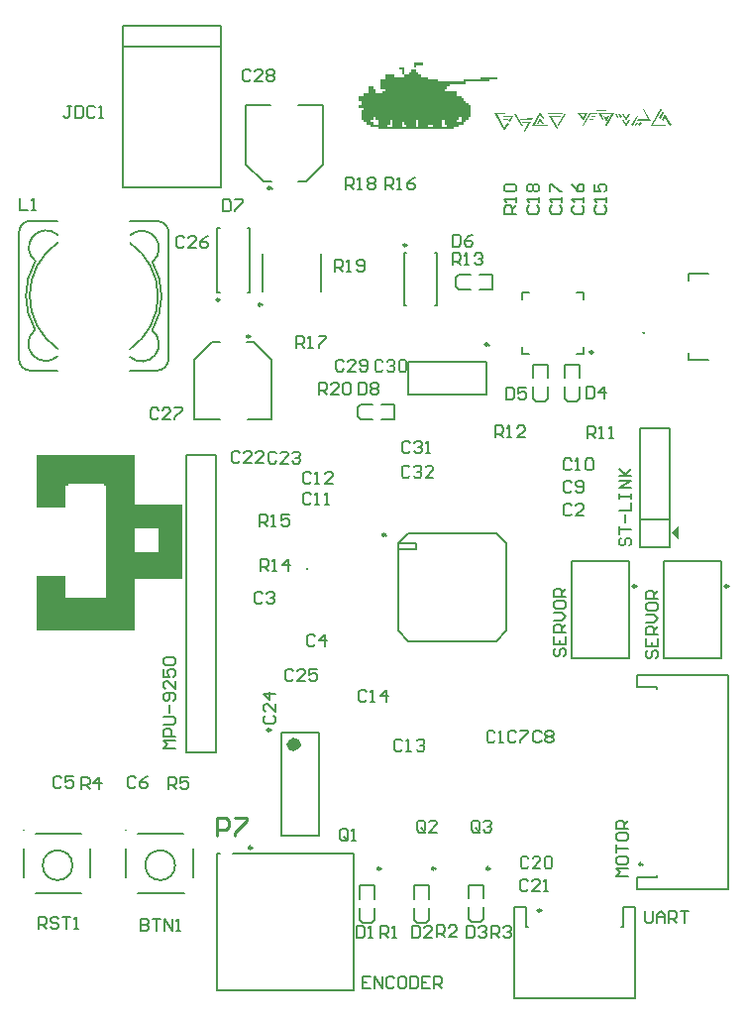
<source format=gto>
%FSTAX23Y23*%
%MOIN*%
%SFA1B1*%

%IPPOS*%
%ADD10C,0.009800*%
%ADD11C,0.023600*%
%ADD12C,0.003900*%
%ADD13C,0.006000*%
%ADD14C,0.007900*%
%ADD15C,0.005000*%
%ADD16C,0.007000*%
%ADD17C,0.008000*%
%ADD18C,0.010000*%
%LNtankboardpcb1-1*%
%LPD*%
G36*
X02438Y04853D02*
X02414D01*
Y04845*
X02406*
Y04861*
X02438*
Y04853*
G37*
G36*
X02374Y04821D02*
X0239D01*
Y04829*
X02398*
Y04837*
X02414*
Y04829*
X02422*
Y04821*
X0243*
Y04813*
X02454*
Y04805*
X02486*
Y04797*
X02574*
Y04805*
X0263*
Y04813*
X02686*
Y04805*
X02662*
Y04797*
X02582*
Y04789*
X02526*
Y04781*
X02518*
Y04773*
X0251*
Y04765*
X0255*
Y04749*
X02566*
Y04741*
X02574*
Y04733*
X02582*
Y04725*
X0259*
Y04717*
X02598*
Y04677*
X0259*
Y04669*
X02582*
Y04661*
X02574*
Y04653*
X02558*
Y04645*
X02542*
Y04637*
X02286*
Y04645*
X02262*
Y04653*
X02246*
Y04661*
X02238*
Y04669*
X0223*
Y04701*
X02238*
Y04709*
X02222*
Y04717*
X0223*
Y04733*
X02222*
Y04749*
X02238*
Y04757*
X02254*
Y04781*
X0227*
Y04773*
X02278*
Y04757*
X02302*
Y04765*
X0231*
Y04773*
X02294*
Y04805*
X0231*
Y04821*
X02342*
Y04813*
X02374*
Y04821*
X02366*
Y04837*
X02358*
Y04845*
X02374*
Y04821*
G37*
G36*
X03298Y03256D02*
X03273Y03281D01*
X03298Y03306*
Y03256*
G37*
G36*
X01467Y03374D02*
X01627D01*
Y03126*
X01467*
Y0295*
X01139*
Y03134*
X01235*
Y03062*
X01371*
Y03438*
X01363*
Y03446*
X01243*
Y03438*
X01235*
Y03366*
X01139*
Y03542*
X01467*
Y03374*
G37*
G36*
X03054Y04697D02*
X03023D01*
X0302Y04702*
X03054*
Y04697*
G37*
G36*
X03025Y04692D02*
X03022Y04687D01*
X03002Y04687*
X02979Y04647*
X02974Y04649*
X02999Y04692*
X03025Y04692*
G37*
G36*
X02904Y04687D02*
X0286D01*
X02856Y04692*
X02908*
X02904Y04687*
G37*
G36*
X03016Y04677D02*
X03003D01*
Y04682*
X03016*
Y04677*
G37*
G36*
X03107Y04679D02*
X03102Y04676D01*
X03094Y04689*
X03099Y04692*
X03107Y04679*
G37*
G36*
X03095D02*
X03091Y04676D01*
X03083Y04689*
X03088Y04692*
X03095Y04679*
G37*
G36*
X03135Y04689D02*
X03121Y04664D01*
X03106Y04689*
X03111Y04692*
X03121Y04675*
X0313Y04692*
X03135Y04689*
G37*
G36*
X03054Y04663D02*
X03043Y04683D01*
X03049*
X03054Y04675*
X03058Y04683*
X03065*
X03054Y04663*
G37*
G36*
X03248Y04691D02*
X03236Y04671D01*
X03231Y04674*
X03244Y04697*
X03248Y04691*
G37*
G36*
X02844Y04674D02*
X0284Y04671D01*
X02832Y04684*
X02814Y04652*
X02857*
X0286Y04647*
X02804*
X02832Y04695*
X02844Y04674*
G37*
G36*
X02804Y04668D02*
X02768Y04668D01*
X02765Y04673*
X02807Y04674*
X02804Y04668*
G37*
G36*
X03011Y04667D02*
X02997D01*
Y04673*
X03011*
Y04667*
G37*
G36*
X02722D02*
X02706D01*
Y04673*
X02725*
X02722Y04667*
G37*
G36*
X03204Y04666D02*
X03159D01*
X03162Y04671*
X03195*
X03176Y04704*
X03179Y04709*
X03204Y04666*
G37*
G36*
X02976Y04664D02*
X02959Y04692D01*
X02992*
X02976Y04664*
G37*
G36*
X0273Y04661D02*
X02725Y04664D01*
X02733Y04677*
X02706*
Y04682*
X02742*
X0273Y04661*
G37*
G36*
X02843Y04656D02*
X02837D01*
X02832Y04664*
X02827Y04656*
X02821*
X02832Y04675*
X02843Y04656*
G37*
G36*
X03135Y04669D02*
X03121Y04644D01*
X03106Y04669*
X03111Y04672*
X03121Y04655*
X0313Y04672*
X03135Y04669*
G37*
G36*
X02918Y04689D02*
X02895Y04649D01*
X0289Y04652*
X02913Y04692*
X02918Y04689*
G37*
G36*
X03173Y04659D02*
X03166Y04648D01*
X03161Y04651*
X03168Y04662*
X03173Y04659*
G37*
G36*
X03162D02*
X03155Y04648D01*
X0315Y04651*
X03157Y04662*
X03162Y04659*
G37*
G36*
X03162Y04681D02*
X03144Y04648D01*
X03139Y04651*
X03158Y04683*
X03162Y04681*
G37*
G36*
X03274Y0465D02*
X03269Y04647D01*
X03252Y04676*
X03246Y04666*
X03241Y04669*
X03252Y04687*
X03274Y0465*
G37*
G36*
X03241Y04702D02*
X03212Y04652D01*
X03254*
Y04647*
X03203*
X03238Y04708*
X03241Y04702*
G37*
G36*
X02773Y04649D02*
X02768Y04647D01*
X02743Y04689*
X02748Y04692*
X02773Y04649*
G37*
G36*
X03054Y04644D02*
X03051Y0465D01*
X03072Y04687*
X03036*
X03045Y04671*
X0304Y04668*
X03026Y04692*
X03082*
X03054Y04644*
G37*
G36*
X02899Y04677D02*
X02872D01*
X02891Y04643*
X02888Y04637*
X02862Y04682*
X02902*
X02899Y04677*
G37*
G36*
X02714Y04687D02*
X02686D01*
X02712Y04642*
X02721Y04657*
X02726Y04655*
X02712Y0463*
X02677Y04692*
X02714*
Y04687*
G37*
G36*
X02781Y04628D02*
X02776Y04631D01*
X02792Y04658*
X02773*
X0277Y04663*
X02801*
X02781Y04628*
G37*
%LNtankboardpcb1-2*%
%LPC*%
G36*
X02566Y04677D02*
X02558D01*
Y04669*
X0255*
Y04661*
X02566*
Y04669*
Y04677*
G37*
G36*
X02278D02*
X0227D01*
Y04669*
X02262*
Y04661*
X0227*
Y04653*
X02286*
Y04661*
Y04669*
X02278*
Y04677*
G37*
G36*
X0251Y04669D02*
X02502D01*
Y04661*
Y04653*
Y04645*
X02518*
Y04653*
X0251*
Y04661*
Y04669*
G37*
G36*
X0247Y04653D02*
X02454D01*
Y04645*
X0247*
Y04653*
G37*
G36*
X02422Y04669D02*
X02414D01*
Y04661*
Y04653*
Y04645*
X02422*
Y04653*
Y04661*
Y04669*
G37*
G36*
X02374Y04661D02*
X02366D01*
Y04653*
Y04645*
X02382*
Y04653*
X02374*
Y04661*
G37*
G36*
X02334Y04669D02*
X02326D01*
Y04661*
Y04653*
X02318*
Y04645*
X02334*
Y04653*
Y04661*
Y04669*
G37*
G36*
X01547Y03294D02*
X01467D01*
Y03214*
X01547*
Y03294*
G37*
G36*
X02982Y04687D02*
X02969D01*
X02976Y04675*
X02982Y04687*
G37*
%LNtankboardpcb1-3*%
%LPD*%
G54D10*
X02834Y0201D02*
D01*
D01*
G75*
G03X02824I-00004J0D01*
G74*G01*
D01*
G75*
G03X02834I00004J0D01*
G74*G01*
X03153Y031D02*
D01*
D01*
G75*
G03X03143I-00004J0D01*
G74*G01*
D01*
G75*
G03X03153I00004J0D01*
G74*G01*
X03463D02*
D01*
D01*
G75*
G03X03453I-00004J0D01*
G74*G01*
D01*
G75*
G03X03463I00004J0D01*
G74*G01*
X03173Y02165D02*
D01*
D01*
G75*
G03X03164I-00004J0D01*
G74*G01*
D01*
G75*
G03X03173I00004J0D01*
G74*G01*
X0186Y02221D02*
D01*
D01*
G75*
G03X01851I-00004J0D01*
G74*G01*
D01*
G75*
G03X0186I00004J0D01*
G74*G01*
X01923Y02617D02*
D01*
D01*
G75*
G03X01913I-00004J0D01*
G74*G01*
D01*
G75*
G03X01923I00004J0D01*
G74*G01*
X02294Y02151D02*
D01*
D01*
G75*
G03X02284I-00004J0D01*
G74*G01*
D01*
G75*
G03X02294I00004J0D01*
G74*G01*
X01752Y04064D02*
D01*
D01*
G75*
G03X01743I-00004J0D01*
G74*G01*
D01*
G75*
G03X01752I00004J0D01*
G74*G01*
X01855Y0394D02*
D01*
D01*
G75*
G03X01845I-00004J0D01*
G74*G01*
D01*
G75*
G03X01855I00004J0D01*
G74*G01*
X01926Y04439D02*
D01*
D01*
G75*
G03X01916I-00004J0D01*
G74*G01*
D01*
G75*
G03X01926I00004J0D01*
G74*G01*
X01893Y04048D02*
D01*
D01*
G75*
G03X01884I-00004J0D01*
G74*G01*
D01*
G75*
G03X01893I00004J0D01*
G74*G01*
X02381Y04248D02*
D01*
D01*
G75*
G03X02371I-00004J0D01*
G74*G01*
D01*
G75*
G03X02381I00004J0D01*
G74*G01*
X02656Y03913D02*
D01*
D01*
G75*
G03X02646I-00004J0D01*
G74*G01*
D01*
G75*
G03X02656I00004J0D01*
G74*G01*
X03009Y03887D02*
D01*
D01*
G75*
G03X02999I-00004J0D01*
G74*G01*
D01*
G75*
G03X03009I00004J0D01*
G74*G01*
X0231Y03273D02*
D01*
D01*
G75*
G03X02301I-00004J0D01*
G74*G01*
D01*
G75*
G03X0231I00004J0D01*
G74*G01*
X0266Y02151D02*
D01*
D01*
G75*
G03X02651I-00004J0D01*
G74*G01*
D01*
G75*
G03X0266I00004J0D01*
G74*G01*
X02477D02*
D01*
D01*
G75*
G03X02467I-00004J0D01*
G74*G01*
D01*
G75*
G03X02477I00004J0D01*
G74*G01*
G54D11*
X02014Y02568D02*
D01*
D01*
G75*
G03X0199I-00011J0D01*
G74*G01*
D01*
G75*
G03X02014I00011J0D01*
G74*G01*
G54D12*
X03181Y03953D02*
D01*
D01*
G75*
G03X03177I-00002J0D01*
G74*G01*
D01*
G75*
G03X03181I00002J0D01*
G74*G01*
X02049Y03159D02*
D01*
D01*
G75*
G03X02045I-00002J0D01*
G74*G01*
D01*
G75*
G03X02049I00002J0D01*
G74*G01*
G54D13*
X01258Y02162D02*
D01*
D01*
G75*
G03X01158I-00050J0D01*
G74*G01*
D01*
G75*
G03X01258I00050J0D01*
G74*G01*
X01603D02*
D01*
D01*
G75*
G03X01503I-00050J0D01*
G74*G01*
D01*
G75*
G03X01603I00050J0D01*
G74*G01*
X01133Y02067D02*
X01288D01*
X01093Y02122D02*
Y02217D01*
X01133Y02267D02*
X01287D01*
X01318Y02122D02*
Y02217D01*
X01478Y02067D02*
X01633D01*
X01438Y02122D02*
Y02217D01*
X01478Y02267D02*
X01632D01*
X01663Y02122D02*
Y02217D01*
G54D14*
X01452Y03898D02*
D01*
D01*
G75*
G03Y04255I-00122J00178D01*
G74*G01*
X01527Y03962D02*
D01*
D01*
G75*
G03Y04191I-00197J00114D01*
G74*G01*
X01208Y04255D02*
D01*
D01*
G75*
G03Y03898I00122J-00178D01*
G74*G01*
X01132Y04191D02*
D01*
D01*
G75*
G03Y03962I00197J-00114D01*
G74*G01*
X01117Y04329D02*
D01*
D01*
G75*
G03X01078Y04289I0J-00039D01*
G74*G01*
Y03864D02*
D01*
D01*
G75*
G03X01117Y03825I00039J0D01*
G74*G01*
X01582Y04289D02*
D01*
D01*
G75*
G03X01542Y04329I-00039J0D01*
G74*G01*
Y03825D02*
D01*
D01*
G75*
G03X01582Y03864I0J00039D01*
G74*G01*
X01132Y03962D02*
D01*
D01*
G75*
G03X01208Y03871I00036J-00046D01*
G74*G01*
X01527Y04191D02*
D01*
D01*
G75*
G03X01452Y04282I-00036J00046D01*
G74*G01*
X01208D02*
D01*
D01*
G75*
G03X01132Y04191I-00039J-00043D01*
G74*G01*
X01452Y03871D02*
D01*
D01*
G75*
G03X01527Y03962I00039J00043D01*
G74*G01*
X03103Y01954D02*
X03111D01*
Y02021*
X0315*
Y01714D02*
Y02021D01*
X02784Y01954D02*
X02792D01*
X02744Y01714D02*
X0315D01*
X02744D02*
Y02021D01*
X02784*
Y01954D02*
Y02021D01*
X03131Y02858D02*
Y03185D01*
X02938D02*
X03131D01*
X02938Y02858D02*
Y03185D01*
Y02858D02*
X03131D01*
X0344D02*
Y03185D01*
X03247D02*
X0344D01*
X03247Y02858D02*
Y03185D01*
Y02858D02*
X0344D01*
X03223Y02754D02*
Y02761D01*
X03157D02*
X03223D01*
X03157D02*
Y02801D01*
X03464*
X03223Y0212D02*
Y02128D01*
X03464Y0208D02*
Y02801D01*
X03157Y0208D02*
X03464D01*
X03157D02*
Y0212D01*
X03223*
X02204Y01742D02*
Y02203D01*
X01743Y01742D02*
X02204D01*
X01743Y02203D02*
X01755D01*
X01798D02*
X02204D01*
X01743Y01742D02*
Y02203D01*
X01962Y0226D02*
Y02607D01*
X02088Y0226D02*
Y02607D01*
X01962D02*
X02088D01*
X01962Y0226D02*
X02088D01*
X01741Y02541D02*
Y03466D01*
Y03541*
X01641D02*
X01741D01*
X01641Y02541D02*
Y03541D01*
Y02541D02*
X01741D01*
X01846Y04306D02*
X01855D01*
X01846Y04089D02*
X01855D01*
X01745Y04306D02*
X01753D01*
X01745Y04089D02*
X01753D01*
X01855D02*
Y04306D01*
X01745Y04089D02*
Y04306D01*
X01728Y0392D02*
X01753D01*
X01844D02*
X01869D01*
X01669Y0366D02*
Y03861D01*
X01928Y0366D02*
Y03861D01*
X01669Y0366D02*
X01753D01*
X01848D02*
X01928D01*
X01869Y0392D02*
X01928Y03861D01*
X01669D02*
X01728Y0392D01*
X02043Y0446D02*
X02102Y04519D01*
X01842D02*
X01901Y0446D01*
X01842Y04719D02*
X01923D01*
X02017D02*
X02102D01*
X01842Y04519D02*
Y04719D01*
X02102Y04519D02*
Y04719D01*
X01901Y0446D02*
X01927D01*
X02017D02*
X02043D01*
X02095Y04092D02*
Y04218D01*
X01899Y04092D02*
Y04218D01*
X01117Y03825D02*
X01208D01*
X01452Y04329D02*
X01542D01*
X01078Y03864D02*
Y04289D01*
X01117Y04329D02*
X01208D01*
X01452Y03825D02*
X01542D01*
X01582Y03864D02*
Y04289D01*
X02375Y04045D02*
Y04223D01*
X02485Y04045D02*
Y04223D01*
X02375Y04045D02*
X02382D01*
X02375Y04223D02*
X02382D01*
X02478Y04045D02*
X02485D01*
X02478Y04223D02*
X02485D01*
X02387Y03854D02*
X02651D01*
X02387Y03744D02*
X02651D01*
Y03854*
X02387Y03744D02*
Y03854D01*
X02979Y03881D02*
Y03905D01*
X02954Y03881D02*
X02979D01*
X0277D02*
X02795D01*
X0277D02*
Y03905D01*
Y04065D02*
Y04089D01*
X02795*
X02979Y04065D02*
Y04089D01*
X02954D02*
X02979D01*
X0333Y04152D02*
X03398D01*
X0333Y04127D02*
Y04152D01*
Y03861D02*
Y03886D01*
Y03861D02*
X03398D01*
X02355Y0295D02*
Y03245D01*
X02717Y0295D02*
Y03245D01*
X02388Y03279D02*
X02683D01*
X02388Y02916D02*
X02683D01*
X02355Y03245D02*
X02388Y03279D01*
X02683D02*
X02717Y03245D01*
X02355Y0295D02*
X02388Y02916D01*
X02683D02*
X02717Y0295D01*
X02355Y03245D02*
X02414D01*
Y03225D02*
Y03245D01*
X02355Y03225D02*
X02414D01*
G54D15*
X02626Y04148D02*
X02671D01*
X02556D02*
X02596D01*
X02626Y04098D02*
X02671D01*
X02556D02*
X02596D01*
X02546Y04108D02*
Y04138D01*
Y04108D02*
X02556Y04098D01*
X02546Y04138D02*
X02556Y04148D01*
X02671Y04098D02*
Y04148D01*
X02913Y03801D02*
Y03846D01*
Y03731D02*
Y03771D01*
X02963Y03801D02*
Y03846D01*
Y03731D02*
Y03771D01*
X02923Y03721D02*
X02953D01*
X02963Y03731*
X02913D02*
X02923Y03721D01*
X02913Y03846D02*
X02963D01*
X02808Y03801D02*
Y03846D01*
Y03731D02*
Y03771D01*
X02858Y03801D02*
Y03846D01*
Y03731D02*
Y03771D01*
X02818Y03721D02*
X02848D01*
X02858Y03731*
X02808D02*
X02818Y03721D01*
X02808Y03846D02*
X02858D01*
X02591Y0205D02*
Y02095D01*
Y0198D02*
Y0202D01*
X02641Y0205D02*
Y02095D01*
Y0198D02*
Y0202D01*
X02601Y0197D02*
X02631D01*
X02641Y0198*
X02591D02*
X02601Y0197D01*
X02591Y02095D02*
X02641D01*
X02408Y02049D02*
Y02094D01*
Y01979D02*
Y02019D01*
X02458Y02049D02*
Y02094D01*
Y01979D02*
Y02019D01*
X02418Y01969D02*
X02448D01*
X02458Y01979*
X02408D02*
X02418Y01969D01*
X02408Y02094D02*
X02458D01*
X02225Y02049D02*
Y02094D01*
Y01979D02*
Y02019D01*
X02275Y02049D02*
Y02094D01*
Y01979D02*
Y02019D01*
X02235Y01969D02*
X02265D01*
X02275Y01979*
X02225D02*
X02235Y01969D01*
X02225Y02094D02*
X02275D01*
X02341Y03661D02*
Y03711D01*
X02216Y03701D02*
X02226Y03711D01*
X02216Y03671D02*
X02226Y03661D01*
X02216Y03671D02*
Y03701D01*
X02226Y03661D02*
X02266D01*
X02296D02*
X02341D01*
X02226Y03711D02*
X02266D01*
X02296D02*
X02341D01*
G54D16*
X01093Y02281D02*
X01094Y02282D01*
X01438Y02281D02*
X01439Y02282D01*
X01427Y04985D02*
X01757D01*
X01427Y0444D02*
X01757D01*
Y04985*
X01427Y0444D02*
Y04985D01*
Y04915D02*
X01757D01*
X03267Y03231D02*
Y03631D01*
X03167Y03231D02*
X03267D01*
X03167D02*
Y03631D01*
X03267*
X03168Y03326D02*
X03267D01*
G54D17*
X02884Y02891D02*
X02877Y02884D01*
Y02871*
X02884Y02864*
X02891*
X02897Y02871*
Y02884*
X02904Y02891*
X02911*
X02917Y02884*
Y02871*
X02911Y02864*
X02877Y02931D02*
Y02904D01*
X02917*
Y02931*
X02897Y02904D02*
Y02918D01*
X02917Y02944D02*
X02877D01*
Y02964*
X02884Y02971*
X02897*
X02904Y02964*
Y02944*
Y02958D02*
X02917Y02971D01*
X02877Y02984D02*
X02904D01*
X02917Y02997*
X02904Y03011*
X02877*
Y03044D02*
Y03031D01*
X02884Y03024*
X02911*
X02917Y03031*
Y03044*
X02911Y03051*
X02884*
X02877Y03044*
X02917Y03064D02*
X02877D01*
Y03084*
X02884Y03091*
X02897*
X02904Y03084*
Y03064*
Y03077D02*
X02917Y03091D01*
X02791Y02107D02*
X02785Y02114D01*
X02771*
X02765Y02107*
Y02081*
X02771Y02074*
X02785*
X02791Y02081*
X02831Y02074D02*
X02805D01*
X02831Y02101*
Y02107*
X02825Y02114*
X02811*
X02805Y02107*
X02845Y02074D02*
X02858D01*
X02851*
Y02114*
X02845Y02107*
X02792Y02185D02*
X02786Y02192D01*
X02772*
X02766Y02185*
Y02159*
X02772Y02152*
X02786*
X02792Y02159*
X02832Y02152D02*
X02806D01*
X02832Y02179*
Y02185*
X02826Y02192*
X02812*
X02806Y02185*
X02846D02*
X02852Y02192D01*
X02866*
X02872Y02185*
Y02159*
X02866Y02152*
X02852*
X02846Y02159*
Y02185*
X03184Y02009D02*
Y01976D01*
X03191Y01969*
X03204*
X03211Y01976*
Y02009*
X03224Y01969D02*
Y01996D01*
X03237Y02009*
X03251Y01996*
Y01969*
Y01989*
X03224*
X03264Y01969D02*
Y02009D01*
X03284*
X03291Y02002*
Y01989*
X03284Y01982*
X03264*
X03277D02*
X03291Y01969D01*
X03304Y02009D02*
X03331D01*
X03317*
Y01969*
X03195Y02885D02*
X03188Y02878D01*
Y02865*
X03195Y02858*
X03201*
X03208Y02865*
Y02878*
X03215Y02885*
X03221*
X03228Y02878*
Y02865*
X03221Y02858*
X03188Y02925D02*
Y02898D01*
X03228*
Y02925*
X03208Y02898D02*
Y02912D01*
X03228Y02938D02*
X03188D01*
Y02958*
X03195Y02965*
X03208*
X03215Y02958*
Y02938*
Y02952D02*
X03228Y02965D01*
X03188Y02978D02*
X03215D01*
X03228Y02992*
X03215Y03005*
X03188*
Y03038D02*
Y03025D01*
X03195Y03018*
X03221*
X03228Y03025*
Y03038*
X03221Y03045*
X03195*
X03188Y03038*
X03228Y03058D02*
X03188D01*
Y03078*
X03195Y03085*
X03208*
X03215Y03078*
Y03058*
Y03072D02*
X03228Y03085D01*
X03129Y02124D02*
X03089D01*
X03102Y02138*
X03089Y02151*
X03129*
X03089Y02184D02*
Y02171D01*
X03095Y02164*
X03122*
X03129Y02171*
Y02184*
X03122Y02191*
X03095*
X03089Y02184*
Y02204D02*
Y02231D01*
Y02218*
X03129*
X03089Y02264D02*
Y02251D01*
X03095Y02244*
X03122*
X03129Y02251*
Y02264*
X03122Y02271*
X03095*
X03089Y02264*
X03129Y02284D02*
X03089D01*
Y02304*
X03095Y02311*
X03109*
X03115Y02304*
Y02284*
Y02298D02*
X03129Y02311D01*
X03104Y03263D02*
X03098Y03257D01*
Y03243*
X03104Y03237*
X03111*
X03118Y03243*
Y03257*
X03124Y03263*
X03131*
X03138Y03257*
Y03243*
X03131Y03237*
X03098Y03276D02*
Y03303D01*
Y0329*
X03138*
X03118Y03316D02*
Y03343D01*
X03098Y03356D02*
X03138D01*
Y03383*
X03098Y03396D02*
Y0341D01*
Y03403*
X03138*
Y03396*
Y0341*
Y0343D02*
X03098D01*
X03138Y03456*
X03098*
Y0347D02*
X03138D01*
X03124*
X03098Y03496*
X03118Y03476*
X03138Y03496*
X01603Y02556D02*
X01563D01*
X01576Y02569*
X01563Y02582*
X01603*
Y02596D02*
X01563D01*
Y02616*
X0157Y02622*
X01583*
X0159Y02616*
Y02596*
X01563Y02636D02*
X01596D01*
X01603Y02642*
Y02656*
X01596Y02662*
X01563*
X01583Y02676D02*
Y02702D01*
X01596Y02716D02*
X01603Y02722D01*
Y02736*
X01596Y02742*
X0157*
X01563Y02736*
Y02722*
X0157Y02716*
X01576*
X01583Y02722*
Y02742*
X01603Y02782D02*
Y02756D01*
X01576Y02782*
X0157*
X01563Y02776*
Y02762*
X0157Y02756*
X01563Y02822D02*
Y02796D01*
X01583*
X01576Y02809*
Y02816*
X01583Y02822*
X01596*
X01603Y02816*
Y02802*
X01596Y02796*
X0157Y02836D02*
X01563Y02842D01*
Y02856*
X0157Y02862*
X01596*
X01603Y02856*
Y02842*
X01596Y02836*
X0157*
X02261Y01787D02*
X02235D01*
Y01747*
X02261*
X02235Y01767D02*
X02248D01*
X02275Y01747D02*
Y01787D01*
X02301Y01747*
Y01787*
X02341Y0178D02*
X02335Y01787D01*
X02321*
X02315Y0178*
Y01754*
X02321Y01747*
X02335*
X02341Y01754*
X02375Y01787D02*
X02361D01*
X02355Y0178*
Y01754*
X02361Y01747*
X02375*
X02381Y01754*
Y0178*
X02375Y01787*
X02394D02*
Y01747D01*
X02414*
X02421Y01754*
Y0178*
X02414Y01787*
X02394*
X02461D02*
X02434D01*
Y01747*
X02461*
X02434Y01767D02*
X02448D01*
X02474Y01747D02*
Y01787D01*
X02494*
X02501Y0178*
Y01767*
X02494Y0176*
X02474*
X02488D02*
X02501Y01747D01*
X02Y02816D02*
X01993Y02823D01*
X0198*
X01973Y02816*
Y02789*
X0198Y02783*
X01993*
X02Y02789*
X0204Y02783D02*
X02013D01*
X0204Y02809*
Y02816*
X02033Y02823*
X0202*
X02013Y02816*
X0208Y02823D02*
X02053D01*
Y02803*
X02067Y02809*
X02073*
X0208Y02803*
Y02789*
X02073Y02783*
X0206*
X02053Y02789*
X01909Y02664D02*
X01902Y02657D01*
Y02644*
X01909Y02637*
X01935*
X01942Y02644*
Y02657*
X01935Y02664*
X01942Y02704D02*
Y02677D01*
X01915Y02704*
X01909*
X01902Y02697*
Y02684*
X01909Y02677*
X01942Y02737D02*
X01902D01*
X01922Y02717*
Y02744*
X02089Y03744D02*
Y03784D01*
X02109*
X02115Y03778*
Y03764*
X02109Y03758*
X02089*
X02102D02*
X02115Y03744D01*
X02155D02*
X02129D01*
X02155Y03771*
Y03778*
X02149Y03784*
X02135*
X02129Y03778*
X02169D02*
X02175Y03784D01*
X02189*
X02195Y03778*
Y03751*
X02189Y03744*
X02175*
X02169Y03751*
Y03778*
X02222Y03784D02*
Y03744D01*
X02242*
X02248Y03751*
Y03778*
X02242Y03784*
X02222*
X02262Y03778D02*
X02268Y03784D01*
X02282*
X02288Y03778*
Y03771*
X02282Y03764*
X02288Y03758*
Y03751*
X02282Y03744*
X02268*
X02262Y03751*
Y03758*
X02268Y03764*
X02262Y03771*
Y03778*
X02268Y03764D02*
X02282D01*
X01145Y01948D02*
Y01988D01*
X01165*
X01172Y01981*
Y01968*
X01165Y01961*
X01145*
X01158D02*
X01172Y01948D01*
X01212Y01981D02*
X01205Y01988D01*
X01192*
X01185Y01981*
Y01975*
X01192Y01968*
X01205*
X01212Y01961*
Y01955*
X01205Y01948*
X01192*
X01185Y01955*
X01225Y01988D02*
X01252D01*
X01238*
Y01948*
X01265D02*
X01278D01*
X01272*
Y01988*
X01265Y01981*
X02141Y04158D02*
Y04198D01*
X02161*
X02167Y04191*
Y04178*
X02161Y04171*
X02141*
X02154D02*
X02167Y04158D01*
X02181D02*
X02194D01*
X02187*
Y04198*
X02181Y04191*
X02214Y04164D02*
X02221Y04158D01*
X02234*
X02241Y04164*
Y04191*
X02234Y04198*
X02221*
X02214Y04191*
Y04184*
X02221Y04178*
X02241*
X02176Y04436D02*
Y04476D01*
X02196*
X02203Y04469*
Y04456*
X02196Y04449*
X02176*
X0219D02*
X02203Y04436D01*
X02216D02*
X0223D01*
X02223*
Y04476*
X02216Y04469*
X0225D02*
X02256Y04476D01*
X0227*
X02276Y04469*
Y04462*
X0227Y04456*
X02276Y04449*
Y04442*
X0227Y04436*
X02256*
X0225Y04442*
Y04449*
X02256Y04456*
X0225Y04462*
Y04469*
X02256Y04456D02*
X0227D01*
X02012Y03903D02*
Y03943D01*
X02032*
X02039Y03936*
Y03923*
X02032Y03916*
X02012*
X02026D02*
X02039Y03903D01*
X02052D02*
X02066D01*
X02059*
Y03943*
X02052Y03936*
X02086Y03943D02*
X02112D01*
Y03936*
X02086Y0391*
Y03903*
X02312Y04435D02*
Y04475D01*
X02332*
X02339Y04468*
Y04455*
X02332Y04448*
X02312*
X02325D02*
X02339Y04435D01*
X02352D02*
X02365D01*
X02359*
Y04475*
X02352Y04468*
X02412Y04475D02*
X02399Y04468D01*
X02385Y04455*
Y04441*
X02392Y04435*
X02405*
X02412Y04441*
Y04448*
X02405Y04455*
X02385*
X01888Y03301D02*
Y03341D01*
X01908*
X01914Y03334*
Y03321*
X01908Y03314*
X01888*
X01901D02*
X01914Y03301D01*
X01928D02*
X01941D01*
X01934*
Y03341*
X01928Y03334*
X01988Y03341D02*
X01961D01*
Y03321*
X01974Y03328*
X01981*
X01988Y03321*
Y03308*
X01981Y03301*
X01968*
X01961Y03308*
X0189Y03152D02*
Y03192D01*
X0191*
X01917Y03186*
Y03172*
X0191Y03166*
X0189*
X01904D02*
X01917Y03152D01*
X0193D02*
X01944D01*
X01937*
Y03192*
X0193Y03186*
X01984Y03152D02*
Y03192D01*
X01964Y03172*
X0199*
X02537Y0418D02*
Y0422D01*
X02557*
X02564Y04213*
Y042*
X02557Y04193*
X02537*
X0255D02*
X02564Y0418D01*
X02577D02*
X0259D01*
X02584*
Y0422*
X02577Y04213*
X0261D02*
X02617Y0422D01*
X0263*
X02637Y04213*
Y04206*
X0263Y042*
X02624*
X0263*
X02637Y04193*
Y04187*
X0263Y0418*
X02617*
X0261Y04187*
X02681Y036D02*
Y0364D01*
X02701*
X02708Y03633*
Y0362*
X02701Y03613*
X02681*
X02695D02*
X02708Y036D01*
X02721D02*
X02735D01*
X02728*
Y0364*
X02721Y03633*
X02781Y036D02*
X02755D01*
X02781Y03626*
Y03633*
X02775Y0364*
X02761*
X02755Y03633*
X02991Y03599D02*
Y03639D01*
X03011*
X03018Y03632*
Y03619*
X03011Y03612*
X02991*
X03004D02*
X03018Y03599D01*
X03031D02*
X03044D01*
X03038*
Y03639*
X03031Y03632*
X03064Y03599D02*
X03078D01*
X03071*
Y03639*
X03064Y03632*
X02751Y04353D02*
X02711D01*
Y04373*
X02718Y0438*
X02731*
X02738Y04373*
Y04353*
Y04367D02*
X02751Y0438D01*
Y04393D02*
Y04407D01*
Y044*
X02711*
X02718Y04393*
Y04427D02*
X02711Y04433D01*
Y04447*
X02718Y04453*
X02744*
X02751Y04447*
Y04433*
X02744Y04427*
X02718*
X01581Y02419D02*
Y02459D01*
X01601*
X01608Y02452*
Y02439*
X01601Y02432*
X01581*
X01595D02*
X01608Y02419D01*
X01648Y02459D02*
X01621D01*
Y02439*
X01635Y02446*
X01641*
X01648Y02439*
Y02426*
X01641Y02419*
X01628*
X01621Y02426*
X01289Y02419D02*
Y02459D01*
X01309*
X01316Y02452*
Y02439*
X01309Y02432*
X01289*
X01303D02*
X01316Y02419D01*
X01349D02*
Y02459D01*
X01329Y02439*
X01356*
X02668Y01917D02*
Y01957D01*
X02688*
X02694Y0195*
Y01937*
X02688Y0193*
X02668*
X02681D02*
X02694Y01917D01*
X02708Y0195D02*
X02714Y01957D01*
X02728*
X02734Y0195*
Y01944*
X02728Y01937*
X02721*
X02728*
X02734Y0193*
Y01924*
X02728Y01917*
X02714*
X02708Y01924*
X02485Y0192D02*
Y0196D01*
X02505*
X02511Y01953*
Y0194*
X02505Y01933*
X02485*
X02498D02*
X02511Y0192D01*
X02551D02*
X02525D01*
X02551Y01946*
Y01953*
X02545Y0196*
X02531*
X02525Y01953*
X02295Y01919D02*
Y01959D01*
X02315*
X02322Y01952*
Y01939*
X02315Y01932*
X02295*
X02309D02*
X02322Y01919D01*
X02335D02*
X02349D01*
X02342*
Y01959*
X02335Y01952*
X02627Y0228D02*
Y02307D01*
X0262Y02313*
X02607*
X026Y02307*
Y0228*
X02607Y02273*
X0262*
X02614Y02287D02*
X02627Y02273D01*
X0262D02*
X02627Y0228D01*
X0264Y02307D02*
X02647Y02313D01*
X0266*
X02667Y02307*
Y023*
X0266Y02293*
X02654*
X0266*
X02667Y02287*
Y0228*
X0266Y02273*
X02647*
X0264Y0228*
X02444D02*
Y02307D01*
X02437Y02313*
X02424*
X02417Y02307*
Y0228*
X02424Y02273*
X02437*
X02431Y02287D02*
X02444Y02273D01*
X02437D02*
X02444Y0228D01*
X02484Y02273D02*
X02457D01*
X02484Y023*
Y02307*
X02477Y02313*
X02464*
X02457Y02307*
X02183Y02252D02*
Y02279D01*
X02177Y02285*
X02163*
X02157Y02279*
Y02252*
X02163Y02245*
X02177*
X0217Y02259D02*
X02183Y02245D01*
X02177D02*
X02183Y02252D01*
X02197Y02245D02*
X0221D01*
X02203*
Y02285*
X02197Y02279*
X01082Y04405D02*
Y04365D01*
X01108*
X01122D02*
X01135D01*
X01128*
Y04405*
X01122Y04398*
X01253Y04716D02*
X0124D01*
X01247*
Y04683*
X0124Y04676*
X01233*
X01227Y04683*
X01267Y04716D02*
Y04676D01*
X01287*
X01293Y04683*
Y0471*
X01287Y04716*
X01267*
X01333Y0471D02*
X01327Y04716D01*
X01313*
X01307Y0471*
Y04683*
X01313Y04676*
X01327*
X01333Y04683*
X01347Y04676D02*
X0136D01*
X01353*
Y04716*
X01347Y0471*
X01765Y044D02*
Y0436D01*
X01785*
X01792Y04366*
Y04393*
X01785Y044*
X01765*
X01805D02*
X01832D01*
Y04393*
X01805Y04366*
Y0436*
X02538Y04283D02*
Y04243D01*
X02558*
X02564Y0425*
Y04277*
X02558Y04283*
X02538*
X02604D02*
X02591Y04277D01*
X02578Y04263*
Y0425*
X02584Y04243*
X02598*
X02604Y0425*
Y04257*
X02598Y04263*
X02578*
X02719Y03769D02*
Y03729D01*
X02739*
X02745Y03736*
Y03762*
X02739Y03769*
X02719*
X02785D02*
X02759D01*
Y03749*
X02772Y03756*
X02778*
X02785Y03749*
Y03736*
X02778Y03729*
X02765*
X02759Y03736*
X02986Y03773D02*
Y03733D01*
X03006*
X03013Y03739*
Y03766*
X03006Y03773*
X02986*
X03046Y03733D02*
Y03773D01*
X03026Y03753*
X03053*
X02584Y01958D02*
Y01918D01*
X02604*
X02611Y01925*
Y01951*
X02604Y01958*
X02584*
X02624Y01951D02*
X02631Y01958D01*
X02644*
X02651Y01951*
Y01945*
X02644Y01938*
X02638*
X02644*
X02651Y01931*
Y01925*
X02644Y01918*
X02631*
X02624Y01925*
X024Y01958D02*
Y01918D01*
X0242*
X02427Y01925*
Y01951*
X0242Y01958*
X024*
X02467Y01918D02*
X0244D01*
X02467Y01945*
Y01951*
X0246Y01958*
X02447*
X0244Y01951*
X02215Y01958D02*
Y01918D01*
X02235*
X02241Y01925*
Y01951*
X02235Y01958*
X02215*
X02255Y01918D02*
X02268D01*
X02261*
Y01958*
X02255Y01951*
X02392Y035D02*
X02386Y03506D01*
X02372*
X02366Y035*
Y03473*
X02372Y03466*
X02386*
X02392Y03473*
X02406Y035D02*
X02412Y03506D01*
X02426*
X02432Y035*
Y03493*
X02426Y03486*
X02419*
X02426*
X02432Y0348*
Y03473*
X02426Y03466*
X02412*
X02406Y03473*
X02472Y03466D02*
X02446D01*
X02472Y03493*
Y035*
X02465Y03506*
X02452*
X02446Y035*
X02394Y03582D02*
X02387Y03589D01*
X02374*
X02367Y03582*
Y03556*
X02374Y03549*
X02387*
X02394Y03556*
X02407Y03582D02*
X02414Y03589D01*
X02427*
X02434Y03582*
Y03576*
X02427Y03569*
X02421*
X02427*
X02434Y03562*
Y03556*
X02427Y03549*
X02414*
X02407Y03556*
X02447Y03549D02*
X02461D01*
X02454*
Y03589*
X02447Y03582*
X02302Y03855D02*
X02296Y03862D01*
X02282*
X02276Y03855*
Y03829*
X02282Y03822*
X02296*
X02302Y03829*
X02316Y03855D02*
X02322Y03862D01*
X02336*
X02342Y03855*
Y03849*
X02336Y03842*
X02329*
X02336*
X02342Y03835*
Y03829*
X02336Y03822*
X02322*
X02316Y03829*
X02356Y03855D02*
X02362Y03862D01*
X02376*
X02382Y03855*
Y03829*
X02376Y03822*
X02362*
X02356Y03829*
Y03855*
X02171Y03856D02*
X02164Y03863D01*
X02151*
X02144Y03856*
Y0383*
X02151Y03823*
X02164*
X02171Y0383*
X02211Y03823D02*
X02184D01*
X02211Y0385*
Y03856*
X02204Y03863*
X02191*
X02184Y03856*
X02224Y0383D02*
X02231Y03823D01*
X02244*
X02251Y0383*
Y03856*
X02244Y03863*
X02231*
X02224Y03856*
Y0385*
X02231Y03843*
X02251*
X01856Y04831D02*
X0185Y04838D01*
X01836*
X0183Y04831*
Y04804*
X01836Y04798*
X0185*
X01856Y04804*
X01896Y04798D02*
X0187D01*
X01896Y04824*
Y04831*
X0189Y04838*
X01876*
X0187Y04831*
X0191D02*
X01916Y04838D01*
X0193*
X01936Y04831*
Y04824*
X0193Y04818*
X01936Y04811*
Y04804*
X0193Y04798*
X01916*
X0191Y04804*
Y04811*
X01916Y04818*
X0191Y04824*
Y04831*
X01916Y04818D02*
X0193D01*
X01548Y03693D02*
X01541Y037D01*
X01528*
X01521Y03693*
Y03667*
X01528Y0366*
X01541*
X01548Y03667*
X01588Y0366D02*
X01561D01*
X01588Y03687*
Y03693*
X01581Y037*
X01568*
X01561Y03693*
X01601Y037D02*
X01628D01*
Y03693*
X01601Y03667*
Y0366*
X01635Y04273D02*
X01628Y04279D01*
X01615*
X01608Y04273*
Y04246*
X01615Y04239*
X01628*
X01635Y04246*
X01675Y04239D02*
X01648D01*
X01675Y04266*
Y04273*
X01668Y04279*
X01655*
X01648Y04273*
X01715Y04279D02*
X01702Y04273D01*
X01688Y04259*
Y04246*
X01695Y04239*
X01708*
X01715Y04246*
Y04253*
X01708Y04259*
X01688*
X01943Y03547D02*
X01936Y03553D01*
X01923*
X01916Y03547*
Y0352*
X01923Y03513*
X01936*
X01943Y0352*
X01983Y03513D02*
X01956D01*
X01983Y0354*
Y03547*
X01976Y03553*
X01963*
X01956Y03547*
X01996D02*
X02003Y03553D01*
X02016*
X02023Y03547*
Y0354*
X02016Y03533*
X02009*
X02016*
X02023Y03527*
Y0352*
X02016Y03513*
X02003*
X01996Y0352*
X0182Y03547D02*
X01814Y03554D01*
X018*
X01794Y03547*
Y0352*
X018Y03514*
X01814*
X0182Y0352*
X0186Y03514D02*
X01833D01*
X0186Y0354*
Y03547*
X01853Y03554*
X0184*
X01833Y03547*
X019Y03514D02*
X01873D01*
X019Y0354*
Y03547*
X01893Y03554*
X0188*
X01873Y03547*
X02794Y0438D02*
X02787Y04373D01*
Y0436*
X02794Y04353*
X0282*
X02827Y0436*
Y04373*
X0282Y0438*
X02827Y04393D02*
Y04407D01*
Y044*
X02787*
X02794Y04393*
Y04427D02*
X02787Y04433D01*
Y04447*
X02794Y04453*
X028*
X02807Y04447*
X02814Y04453*
X0282*
X02827Y04447*
Y04433*
X0282Y04427*
X02814*
X02807Y04433*
X028Y04427*
X02794*
X02807Y04433D02*
Y04447D01*
X0287Y0438D02*
X02863Y04373D01*
Y0436*
X0287Y04353*
X02897*
X02903Y0436*
Y04373*
X02897Y0438*
X02903Y04393D02*
Y04407D01*
Y044*
X02863*
X0287Y04393*
X02863Y04427D02*
Y04453D01*
X0287*
X02897Y04427*
X02903*
X02946Y0438D02*
X02939Y04373D01*
Y0436*
X02946Y04353*
X02973*
X02979Y0436*
Y04373*
X02973Y0438*
X02979Y04393D02*
Y04407D01*
Y044*
X02939*
X02946Y04393*
X02939Y04453D02*
X02946Y0444D01*
X02959Y04427*
X02973*
X02979Y04433*
Y04447*
X02973Y04453*
X02966*
X02959Y04447*
Y04427*
X03022Y0438D02*
X03015Y04373D01*
Y0436*
X03022Y04353*
X03049*
X03055Y0436*
Y04373*
X03049Y0438*
X03055Y04393D02*
Y04407D01*
Y044*
X03015*
X03022Y04393*
X03015Y04453D02*
Y04427D01*
X03035*
X03029Y0444*
Y04447*
X03035Y04453*
X03049*
X03055Y04447*
Y04433*
X03049Y04427*
X02247Y02744D02*
X02241Y0275D01*
X02227*
X02221Y02744*
Y02717*
X02227Y0271*
X02241*
X02247Y02717*
X02261Y0271D02*
X02274D01*
X02267*
Y0275*
X02261Y02744*
X02314Y0271D02*
Y0275D01*
X02294Y0273*
X02321*
X02369Y0258D02*
X02362Y02586D01*
X02349*
X02342Y0258*
Y02553*
X02349Y02546*
X02362*
X02369Y02553*
X02382Y02546D02*
X02396D01*
X02389*
Y02586*
X02382Y0258*
X02416D02*
X02422Y02586D01*
X02436*
X02442Y0258*
Y02573*
X02436Y02566*
X02429*
X02436*
X02442Y0256*
Y02553*
X02436Y02546*
X02422*
X02416Y02553*
X02062Y03478D02*
X02055Y03485D01*
X02042*
X02035Y03478*
Y03451*
X02042Y03445*
X02055*
X02062Y03451*
X02075Y03445D02*
X02088D01*
X02082*
Y03485*
X02075Y03478*
X02135Y03445D02*
X02108D01*
X02135Y03471*
Y03478*
X02128Y03485*
X02115*
X02108Y03478*
X02062Y03409D02*
X02055Y03416D01*
X02042*
X02035Y03409*
Y03383*
X02042Y03376*
X02055*
X02062Y03383*
X02075Y03376D02*
X02088D01*
X02082*
Y03416*
X02075Y03409*
X02108Y03376D02*
X02122D01*
X02115*
Y03416*
X02108Y03409*
X02937Y03523D02*
X02931Y0353D01*
X02917*
X02911Y03523*
Y03496*
X02917Y0349*
X02931*
X02937Y03496*
X02951Y0349D02*
X02964D01*
X02957*
Y0353*
X02951Y03523*
X02984D02*
X02991Y0353D01*
X03004*
X03011Y03523*
Y03496*
X03004Y0349*
X02991*
X02984Y03496*
Y03523*
X02937Y03447D02*
X02931Y03454D01*
X02917*
X02911Y03447*
Y0342*
X02917Y03414*
X02931*
X02937Y0342*
X02951D02*
X02957Y03414D01*
X02971*
X02977Y0342*
Y03447*
X02971Y03454*
X02957*
X02951Y03447*
Y0344*
X02957Y03434*
X02977*
X02836Y02608D02*
X02829Y02615D01*
X02816*
X02809Y02608*
Y02582*
X02816Y02575*
X02829*
X02836Y02582*
X02849Y02608D02*
X02856Y02615D01*
X02869*
X02876Y02608*
Y02602*
X02869Y02595*
X02876Y02588*
Y02582*
X02869Y02575*
X02856*
X02849Y02582*
Y02588*
X02856Y02595*
X02849Y02602*
Y02608*
X02856Y02595D02*
X02869D01*
X02751Y02608D02*
X02744Y02615D01*
X02731*
X02724Y02608*
Y02582*
X02731Y02575*
X02744*
X02751Y02582*
X02764Y02615D02*
X02791D01*
Y02608*
X02764Y02582*
Y02575*
X01471Y02455D02*
X01465Y02461D01*
X01451*
X01445Y02455*
Y02428*
X01451Y02421*
X01465*
X01471Y02428*
X01511Y02461D02*
X01498Y02455D01*
X01485Y02441*
Y02428*
X01491Y02421*
X01505*
X01511Y02428*
Y02435*
X01505Y02441*
X01485*
X01221Y02454D02*
X01214Y0246D01*
X01201*
X01194Y02454*
Y02427*
X01201Y0242*
X01214*
X01221Y02427*
X0126Y0246D02*
X01234D01*
Y0244*
X01247Y02447*
X01254*
X0126Y0244*
Y02427*
X01254Y0242*
X01241*
X01234Y02427*
X02074Y02931D02*
X02067Y02938D01*
X02054*
X02047Y02931*
Y02905*
X02054Y02898*
X02067*
X02074Y02905*
X02107Y02898D02*
Y02938D01*
X02087Y02918*
X02114*
X01898Y03074D02*
X01891Y03081D01*
X01878*
X01871Y03074*
Y03048*
X01878Y03041*
X01891*
X01898Y03048*
X01911Y03074D02*
X01918Y03081D01*
X01931*
X01938Y03074*
Y03068*
X01931Y03061*
X01925*
X01931*
X01938Y03054*
Y03048*
X01931Y03041*
X01918*
X01911Y03048*
X02937Y0337D02*
X02931Y03377D01*
X02917*
X02911Y0337*
Y03343*
X02917Y03337*
X02931*
X02937Y03343*
X02977Y03337D02*
X02951D01*
X02977Y03363*
Y0337*
X02971Y03377*
X02957*
X02951Y0337*
X02679Y02608D02*
X02673Y02614D01*
X02659*
X02653Y02608*
Y02581*
X02659Y02574*
X02673*
X02679Y02581*
X02693Y02574D02*
X02706D01*
X02699*
Y02614*
X02693Y02608*
X01487Y01981D02*
Y01941D01*
X01507*
X01514Y01948*
Y01955*
X01507Y01961*
X01487*
X01507*
X01514Y01968*
Y01975*
X01507Y01981*
X01487*
X01527D02*
X01554D01*
X0154*
Y01941*
X01567D02*
Y01981D01*
X01594Y01941*
Y01981*
X01607Y01941D02*
X0162D01*
X01614*
Y01981*
X01607Y01975*
G54D18*
X01745Y02261D02*
Y02321D01*
X01775*
X01785Y02311*
Y02291*
X01775Y02281*
X01745*
X01805Y02321D02*
X01845D01*
Y02311*
X01805Y02271*
Y02261*
M02*
</source>
